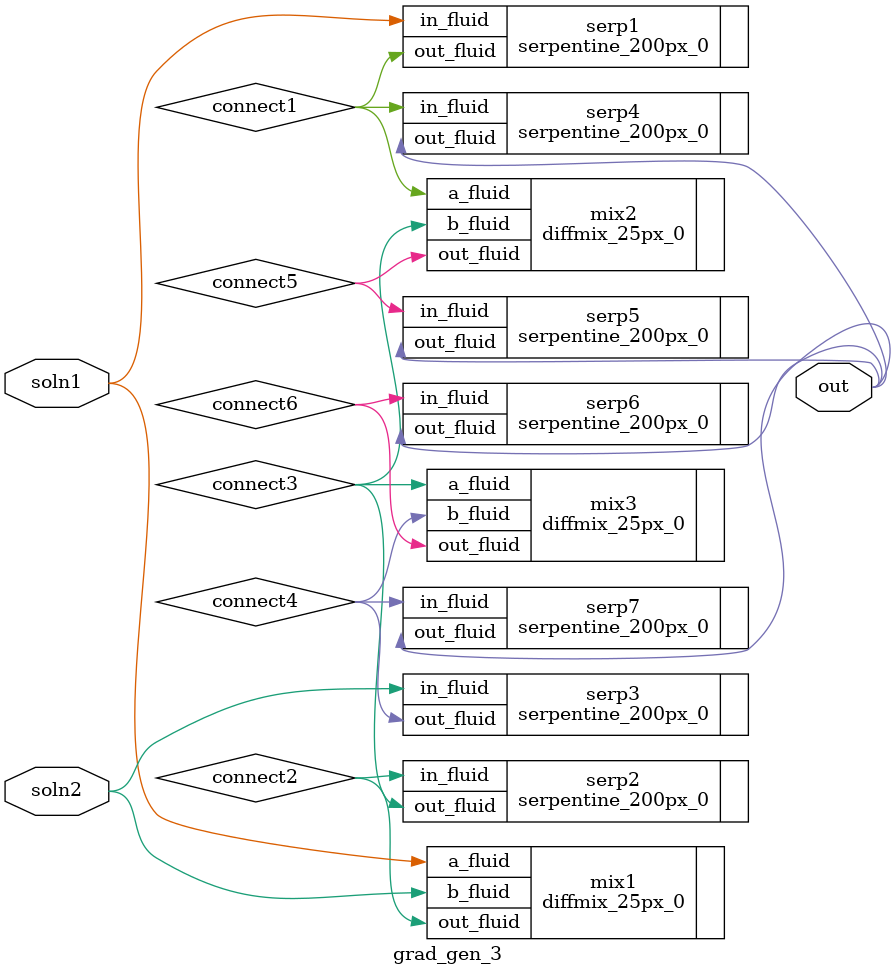
<source format=v>
module grad_gen_3 (
	input soln1,
	input soln2,
	output out
);

wire connect1;
wire connect2;
wire connect3;
wire connect4;
wire connect5;
wire connect6;
// wire connect7;
// wire connect8;
// wire connect9;
// wire connect10;
// wire connect11;
// wire connect12;
// wire connect13;

// Layer 1
serpentine_200px_0 serp1 (.in_fluid(soln1), .out_fluid(connect1));
diffmix_25px_0 mix1 (.a_fluid(soln1), .b_fluid(soln2), .out_fluid(connect2));
serpentine_200px_0 serp2 (.in_fluid(connect2), .out_fluid(connect3));
serpentine_200px_0 serp3 (.in_fluid(soln2), .out_fluid(connect4));
// Layer 2
serpentine_200px_0 serp4 (.in_fluid(connect1), .out_fluid(out));
diffmix_25px_0 mix2 (.a_fluid(connect1), .b_fluid(connect3), .out_fluid(connect5));
serpentine_200px_0 serp5 (.in_fluid(connect5), .out_fluid(out));
diffmix_25px_0 mix3 (.a_fluid(connect3), .b_fluid(connect4), .out_fluid(connect6));
serpentine_200px_0 serp6 (.in_fluid(connect6), .out_fluid(out));
serpentine_200px_0 serp7 (.in_fluid(connect4), .out_fluid(out));
// Layer 3
// serpentine_200px_0 serp8 (.in_fluid(connect5), .out_fluid(out));
// diffmix_25px_0 mix4 (.a_fluid(connect5), .b_fluid(connect7), .out_fluid(connect11));
// serpentine_200px_0 serp9 (.in_fluid(connect11), .out_fluid(out));
// diffmix_25px_0 mix5 (.a_fluid(connect7), .b_fluid(connect9), .out_fluid(connect12));
// serpentine_200px_0 serp10 (.in_fluid(connect12), .out_fluid(out));
// diffmix_25px_0 mix6 (.a_fluid(connect9), .b_fluid(connect10), .out_fluid(connect13));
// serpentine_200px_0 serp11 (.in_fluid(connect13), .out_fluid(out));
// serpentine_200px_0 serp12 (.in_fluid(connect10), .out_fluid(out));
//
endmodule

</source>
